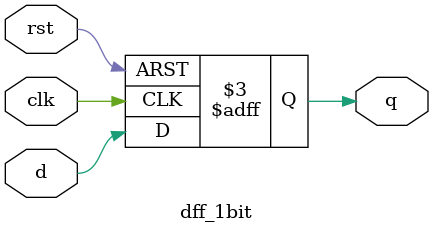
<source format=v>
`timescale 1ns / 1ps
module dff_1bit(d, clk, rst, q);
input clk, rst;
input d;
output q;
reg q;

always @ (posedge clk or posedge rst) begin
	if (rst == 1'b1)
		q <= 1'b0;
	else 
		q <= d;
end
endmodule

</source>
